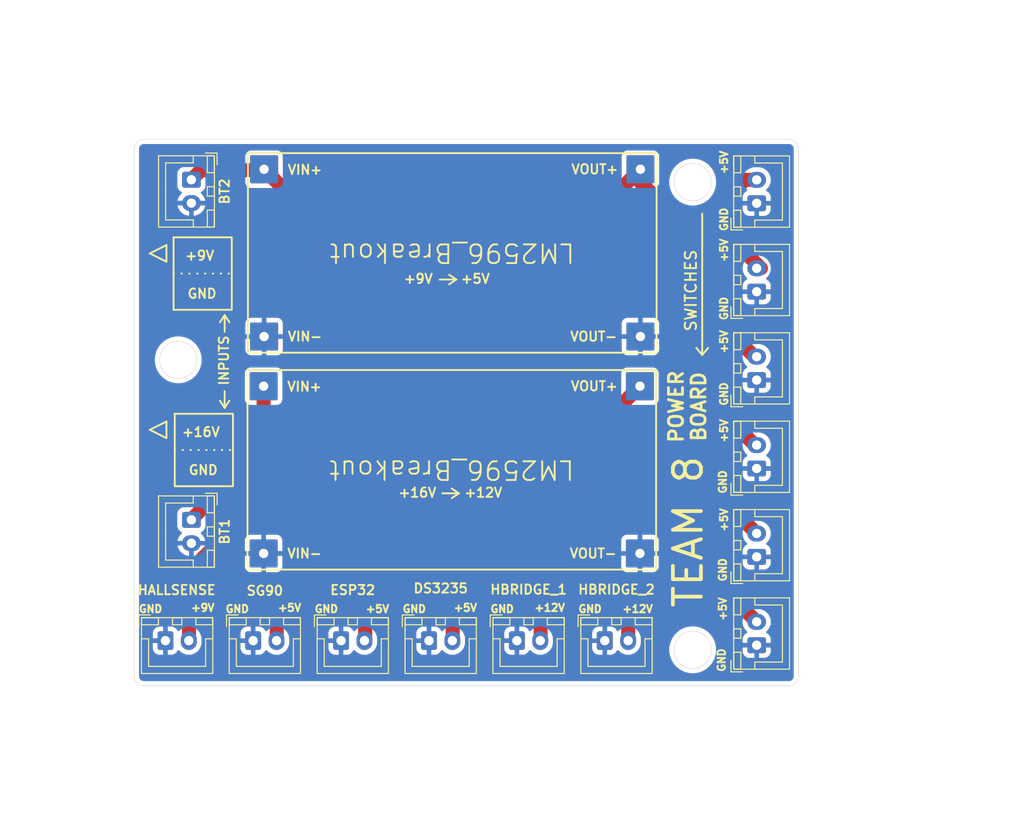
<source format=kicad_pcb>
(kicad_pcb (version 20241229) (generator "pcbnew") (generator_version "9.0")
  (layers (0 "F.Cu" signal) (2 "B.Cu" signal) (13 "F.Paste" user) (15 "B.Paste" user) (5 "F.SilkS" user "F.Silkscreen") (7 "B.SilkS" user "B.Silkscreen") (1 "F.Mask" user) (3 "B.Mask" user) (25 "Edge.Cuts" user))
  (net 0 "")
  (net 1 "GND")
  (net 2 "+5V")
  (net 3 "+12V")
  (net 4 "+9V")
  (net 5 "+16V")
  (footprint "Connector_JST:JST_XH_B2B-XH-A_1x02_P2.50mm_Vertical" (layer "F.Cu") (at 34.036 66.548)
    (property "Reference" "ESP32PWR1" (hide yes))
    (property "Value" "Conn_01x02_Pin")
    (fp_line (start -2.85 -2.75) (end -2.85 -1.5) (stroke (width 0.12)) (layer "F.SilkS"))
    (fp_line (start -2.56 -2.46) (end -2.56 3.51) (stroke (width 0.12)) (layer "F.SilkS"))
    (fp_line (start -2.56 3.51) (end 5.06 3.51) (stroke (width 0.12)) (layer "F.SilkS"))
    (fp_line (start -2.55 -2.45) (end -2.55 -1.7) (stroke (width 0.12)) (layer "F.SilkS"))
    (fp_line (start -2.55 -1.7) (end -0.75 -1.7) (stroke (width 0.12)) (layer "F.SilkS"))
    (fp_line (start -2.55 -0.2) (end -1.8 -0.2) (stroke (width 0.12)) (layer "F.SilkS"))
    (fp_line (start -1.8 -0.2) (end -1.8 2.75) (stroke (width 0.12)) (layer "F.SilkS"))
    (fp_line (start -1.8 2.75) (end 1.25 2.75) (stroke (width 0.12)) (layer "F.SilkS"))
    (fp_line (start -1.6 -2.75) (end -2.85 -2.75) (stroke (width 0.12)) (layer "F.SilkS"))
    (fp_line (start -0.75 -2.45) (end -2.55 -2.45) (stroke (width 0.12)) (layer "F.SilkS"))
    (fp_line (start -0.75 -1.7) (end -0.75 -2.45) (stroke (width 0.12)) (layer "F.SilkS"))
    (fp_line (start 0.75 -2.45) (end 0.75 -1.7) (stroke (width 0.12)) (layer "F.SilkS"))
    (fp_line (start 0.75 -1.7) (end 1.75 -1.7) (stroke (width 0.12)) (layer "F.SilkS"))
    (fp_line (start 1.75 -2.45) (end 0.75 -2.45) (stroke (width 0.12)) (layer "F.SilkS"))
    (fp_line (start 1.75 -1.7) (end 1.75 -2.45) (stroke (width 0.12)) (layer "F.SilkS"))
    (fp_line (start 3.25 -2.45) (end 3.25 -1.7) (stroke (width 0.12)) (layer "F.SilkS"))
    (fp_line (start 3.25 -1.7) (end 5.05 -1.7) (stroke (width 0.12)) (layer "F.SilkS"))
    (fp_line (start 4.3 -0.2) (end 4.3 2.75) (stroke (width 0.12)) (layer "F.SilkS"))
    (fp_line (start 4.3 2.75) (end 1.25 2.75) (stroke (width 0.12)) (layer "F.SilkS"))
    (fp_line (start 5.05 -2.45) (end 3.25 -2.45) (stroke (width 0.12)) (layer "F.SilkS"))
    (fp_line (start 5.05 -1.7) (end 5.05 -2.45) (stroke (width 0.12)) (layer "F.SilkS"))
    (fp_line (start 5.05 -0.2) (end 4.3 -0.2) (stroke (width 0.12)) (layer "F.SilkS"))
    (fp_line (start 5.06 -2.46) (end -2.56 -2.46) (stroke (width 0.12)) (layer "F.SilkS"))
    (fp_line (start 5.06 3.51) (end 5.06 -2.46) (stroke (width 0.12)) (layer "F.SilkS"))
    (pad "1" thru_hole roundrect (at 0 0) (size 1.7 2) (drill 1) (layers "*.Cu" "*.Mask") (roundrect_rratio 0.147059) (net 1 "GND"))
    (pad "2" thru_hole oval (at 2.5 0) (size 1.7 2) (drill 1) (layers "*.Cu" "*.Mask") (net 2 "+5V"))
  )
  (footprint "GS_Development_Boards:LM2596_Breakout" (layer "F.Cu") (at 45.9232 25.0952 -90)
    (property "Reference" "U2" (hide yes))
    (property "Value" "LM2596_Breakout" (at 0 0 180) (layer "F.SilkS") (effects (font (size 2 2) (thickness 0.2))))
    (fp_rect (start -10.668 -21.844) (end 10.668 21.844) (stroke (width 0.2)) (fill no) (layer "F.SilkS"))
    (fp_text user "VIN-" (at 8.9408 15.748 0) (layer "F.SilkS") (effects (font (thickness 0.2) (bold yes))))
    (fp_text user "VIN+" (at -8.89 15.748 0) (layer "F.SilkS") (effects (font (thickness 0.2) (bold yes))))
    (fp_text user "VOUT-" (at 8.9408 -15.113 0) (layer "F.SilkS") (effects (font (thickness 0.2) (bold yes))))
    (fp_text user "VOUT+" (at -8.9408 -15.24 0) (layer "F.SilkS") (effects (font (thickness 0.2) (bold yes))))
    (pad "1" thru_hole roundrect (at -8.9408 20.1168 270) (size 3 3) (drill 1) (layers "*.Cu" "*.Mask") (roundrect_rratio 0.04921259842) (net 4 "+9V"))
    (pad "2" thru_hole roundrect (at 8.9408 20.1168 270) (size 3 3) (drill 1) (layers "*.Cu" "*.Mask") (roundrect_rratio 0.04921259842) (net 1 "GND"))
    (pad "3" thru_hole roundrect (at 8.9408 -20.1168 270) (size 3 3) (drill 1) (layers "*.Cu" "*.Mask") (roundrect_rratio 0.04921259842) (net 1 "GND"))
    (pad "4" thru_hole roundrect (at -8.9408 -20.1168 270) (size 3 3) (drill 1) (layers "*.Cu" "*.Mask") (roundrect_rratio 0.04921259842) (net 2 "+5V"))
  )
  (footprint "Connector_JST:JST_XH_B2B-XH-A_1x02_P2.50mm_Vertical" (layer "F.Cu") (at 78.469 19.786 90)
    (property "Reference" "SW6" (hide yes))
    (property "Value" "Conn_01x02_Pin")
    (fp_line (start -1.6 -2.75) (end -2.85 -2.75) (stroke (width 0.12)) (layer "F.SilkS"))
    (fp_line (start -2.85 -2.75) (end -2.85 -1.5) (stroke (width 0.12)) (layer "F.SilkS"))
    (fp_line (start 5.06 -2.46) (end -2.56 -2.46) (stroke (width 0.12)) (layer "F.SilkS"))
    (fp_line (start -2.56 -2.46) (end -2.56 3.51) (stroke (width 0.12)) (layer "F.SilkS"))
    (fp_line (start 5.05 -2.45) (end 3.25 -2.45) (stroke (width 0.12)) (layer "F.SilkS"))
    (fp_line (start 3.25 -2.45) (end 3.25 -1.7) (stroke (width 0.12)) (layer "F.SilkS"))
    (fp_line (start 1.75 -2.45) (end 0.75 -2.45) (stroke (width 0.12)) (layer "F.SilkS"))
    (fp_line (start 0.75 -2.45) (end 0.75 -1.7) (stroke (width 0.12)) (layer "F.SilkS"))
    (fp_line (start -0.75 -2.45) (end -2.55 -2.45) (stroke (width 0.12)) (layer "F.SilkS"))
    (fp_line (start -2.55 -2.45) (end -2.55 -1.7) (stroke (width 0.12)) (layer "F.SilkS"))
    (fp_line (start 5.05 -1.7) (end 5.05 -2.45) (stroke (width 0.12)) (layer "F.SilkS"))
    (fp_line (start 3.25 -1.7) (end 5.05 -1.7) (stroke (width 0.12)) (layer "F.SilkS"))
    (fp_line (start 1.75 -1.7) (end 1.75 -2.45) (stroke (width 0.12)) (layer "F.SilkS"))
    (fp_line (start 0.75 -1.7) (end 1.75 -1.7) (stroke (width 0.12)) (layer "F.SilkS"))
    (fp_line (start -0.75 -1.7) (end -0.75 -2.45) (stroke (width 0.12)) (layer "F.SilkS"))
    (fp_line (start -2.55 -1.7) (end -0.75 -1.7) (stroke (width 0.12)) (layer "F.SilkS"))
    (fp_line (start 5.05 -0.2) (end 4.3 -0.2) (stroke (width 0.12)) (layer "F.SilkS"))
    (fp_line (start 4.3 -0.2) (end 4.3 2.75) (stroke (width 0.12)) (layer "F.SilkS"))
    (fp_line (start -1.8 -0.2) (end -1.8 2.75) (stroke (width 0.12)) (layer "F.SilkS"))
    (fp_line (start -2.55 -0.2) (end -1.8 -0.2) (stroke (width 0.12)) (layer "F.SilkS"))
    (fp_line (start 4.3 2.75) (end 1.25 2.75) (stroke (width 0.12)) (layer "F.SilkS"))
    (fp_line (start -1.8 2.75) (end 1.25 2.75) (stroke (width 0.12)) (layer "F.SilkS"))
    (fp_line (start 5.06 3.51) (end 5.06 -2.46) (stroke (width 0.12)) (layer "F.SilkS"))
    (fp_line (start -2.56 3.51) (end 5.06 3.51) (stroke (width 0.12)) (layer "F.SilkS"))
    (pad "1" thru_hole roundrect (at 0 0 90) (size 1.7 2) (drill 1) (layers "*.Cu" "*.Mask") (roundrect_rratio 0.147059) (net 1 "GND"))
    (pad "2" thru_hole oval (at 2.5 0 90) (size 1.7 2) (drill 1) (layers "*.Cu" "*.Mask") (net 2 "+5V"))
  )
  (footprint "Connector_JST:JST_XH_B2B-XH-A_1x02_P2.50mm_Vertical" (layer "F.Cu") (at 78.469 29.242 90)
    (property "Reference" "SW5" (hide yes))
    (property "Value" "Conn_01x02_Pin")
    (fp_line (start -1.6 -2.75) (end -2.85 -2.75) (stroke (width 0.12)) (layer "F.SilkS"))
    (fp_line (start -2.85 -2.75) (end -2.85 -1.5) (stroke (width 0.12)) (layer "F.SilkS"))
    (fp_line (start 5.06 -2.46) (end -2.56 -2.46) (stroke (width 0.12)) (layer "F.SilkS"))
    (fp_line (start -2.56 -2.46) (end -2.56 3.51) (stroke (width 0.12)) (layer "F.SilkS"))
    (fp_line (start 5.05 -2.45) (end 3.25 -2.45) (stroke (width 0.12)) (layer "F.SilkS"))
    (fp_line (start 3.25 -2.45) (end 3.25 -1.7) (stroke (width 0.12)) (layer "F.SilkS"))
    (fp_line (start 1.75 -2.45) (end 0.75 -2.45) (stroke (width 0.12)) (layer "F.SilkS"))
    (fp_line (start 0.75 -2.45) (end 0.75 -1.7) (stroke (width 0.12)) (layer "F.SilkS"))
    (fp_line (start -0.75 -2.45) (end -2.55 -2.45) (stroke (width 0.12)) (layer "F.SilkS"))
    (fp_line (start -2.55 -2.45) (end -2.55 -1.7) (stroke (width 0.12)) (layer "F.SilkS"))
    (fp_line (start 5.05 -1.7) (end 5.05 -2.45) (stroke (width 0.12)) (layer "F.SilkS"))
    (fp_line (start 3.25 -1.7) (end 5.05 -1.7) (stroke (width 0.12)) (layer "F.SilkS"))
    (fp_line (start 1.75 -1.7) (end 1.75 -2.45) (stroke (width 0.12)) (layer "F.SilkS"))
    (fp_line (start 0.75 -1.7) (end 1.75 -1.7) (stroke (width 0.12)) (layer "F.SilkS"))
    (fp_line (start -0.75 -1.7) (end -0.75 -2.45) (stroke (width 0.12)) (layer "F.SilkS"))
    (fp_line (start -2.55 -1.7) (end -0.75 -1.7) (stroke (width 0.12)) (layer "F.SilkS"))
    (fp_line (start 5.05 -0.2) (end 4.3 -0.2) (stroke (width 0.12)) (layer "F.SilkS"))
    (fp_line (start 4.3 -0.2) (end 4.3 2.75) (stroke (width 0.12)) (layer "F.SilkS"))
    (fp_line (start -1.8 -0.2) (end -1.8 2.75) (stroke (width 0.12)) (layer "F.SilkS"))
    (fp_line (start -2.55 -0.2) (end -1.8 -0.2) (stroke (width 0.12)) (layer "F.SilkS"))
    (fp_line (start 4.3 2.75) (end 1.25 2.75) (stroke (width 0.12)) (layer "F.SilkS"))
    (fp_line (start -1.8 2.75) (end 1.25 2.75) (stroke (width 0.12)) (layer "F.SilkS"))
    (fp_line (start 5.06 3.51) (end 5.06 -2.46) (stroke (width 0.12)) (layer "F.SilkS"))
    (fp_line (start -2.56 3.51) (end 5.06 3.51) (stroke (width 0.12)) (layer "F.SilkS"))
    (pad "1" thru_hole roundrect (at 0 0 90) (size 1.7 2) (drill 1) (layers "*.Cu" "*.Mask") (roundrect_rratio 0.147059) (net 1 "GND"))
    (pad "2" thru_hole oval (at 2.5 0 90) (size 1.7 2) (drill 1) (layers "*.Cu" "*.Mask") (net 2 "+5V"))
  )
  (footprint "Connector_JST:JST_XH_B2B-XH-A_1x02_P2.50mm_Vertical" (layer "F.Cu") (at 78.469 48.142 90)
    (property "Reference" "SW3" (hide yes))
    (property "Value" "Conn_01x02_Pin")
    (fp_line (start -1.6 -2.75) (end -2.85 -2.75) (stroke (width 0.12)) (layer "F.SilkS"))
    (fp_line (start -2.85 -2.75) (end -2.85 -1.5) (stroke (width 0.12)) (layer "F.SilkS"))
    (fp_line (start 5.06 -2.46) (end -2.56 -2.46) (stroke (width 0.12)) (layer "F.SilkS"))
    (fp_line (start -2.56 -2.46) (end -2.56 3.51) (stroke (width 0.12)) (layer "F.SilkS"))
    (fp_line (start 5.05 -2.45) (end 3.25 -2.45) (stroke (width 0.12)) (layer "F.SilkS"))
    (fp_line (start 3.25 -2.45) (end 3.25 -1.7) (stroke (width 0.12)) (layer "F.SilkS"))
    (fp_line (start 1.75 -2.45) (end 0.75 -2.45) (stroke (width 0.12)) (layer "F.SilkS"))
    (fp_line (start 0.75 -2.45) (end 0.75 -1.7) (stroke (width 0.12)) (layer "F.SilkS"))
    (fp_line (start -0.75 -2.45) (end -2.55 -2.45) (stroke (width 0.12)) (layer "F.SilkS"))
    (fp_line (start -2.55 -2.45) (end -2.55 -1.7) (stroke (width 0.12)) (layer "F.SilkS"))
    (fp_line (start 5.05 -1.7) (end 5.05 -2.45) (stroke (width 0.12)) (layer "F.SilkS"))
    (fp_line (start 3.25 -1.7) (end 5.05 -1.7) (stroke (width 0.12)) (layer "F.SilkS"))
    (fp_line (start 1.75 -1.7) (end 1.75 -2.45) (stroke (width 0.12)) (layer "F.SilkS"))
    (fp_line (start 0.75 -1.7) (end 1.75 -1.7) (stroke (width 0.12)) (layer "F.SilkS"))
    (fp_line (start -0.75 -1.7) (end -0.75 -2.45) (stroke (width 0.12)) (layer "F.SilkS"))
    (fp_line (start -2.55 -1.7) (end -0.75 -1.7) (stroke (width 0.12)) (layer "F.SilkS"))
    (fp_line (start 5.05 -0.2) (end 4.3 -0.2) (stroke (width 0.12)) (layer "F.SilkS"))
    (fp_line (start 4.3 -0.2) (end 4.3 2.75) (stroke (width 0.12)) (layer "F.SilkS"))
    (fp_line (start -1.8 -0.2) (end -1.8 2.75) (stroke (width 0.12)) (layer "F.SilkS"))
    (fp_line (start -2.55 -0.2) (end -1.8 -0.2) (stroke (width 0.12)) (layer "F.SilkS"))
    (fp_line (start 4.3 2.75) (end 1.25 2.75) (stroke (width 0.12)) (layer "F.SilkS"))
    (fp_line (start -1.8 2.75) (end 1.25 2.75) (stroke (width 0.12)) (layer "F.SilkS"))
    (fp_line (start 5.06 3.51) (end 5.06 -2.46) (stroke (width 0.12)) (layer "F.SilkS"))
    (fp_line (start -2.56 3.51) (end 5.06 3.51) (stroke (width 0.12)) (layer "F.SilkS"))
    (pad "1" thru_hole roundrect (at 0 0 90) (size 1.7 2) (drill 1) (layers "*.Cu" "*.Mask") (roundrect_rratio 0.147059) (net 1 "GND"))
    (pad "2" thru_hole oval (at 2.5 0 90) (size 1.7 2) (drill 1) (layers "*.Cu" "*.Mask") (net 2 "+5V"))
  )
  (footprint "Connector_JST:JST_XH_B2B-XH-A_1x02_P2.50mm_Vertical" (layer "F.Cu") (at 24.638 66.548)
    (property "Reference" "SG90" (at 1.25 -5.334 0) (layer "F.SilkS") (effects (font (thickness 0.2) (bold yes))))
    (property "Value" "Conn_01x02_Pin")
    (fp_line (start -2.85 -2.75) (end -2.85 -1.5) (stroke (width 0.12)) (layer "F.SilkS"))
    (fp_line (start -2.56 -2.46) (end -2.56 3.51) (stroke (width 0.12)) (layer "F.SilkS"))
    (fp_line (start -2.56 3.51) (end 5.06 3.51) (stroke (width 0.12)) (layer "F.SilkS"))
    (fp_line (start -2.55 -2.45) (end -2.55 -1.7) (stroke (width 0.12)) (layer "F.SilkS"))
    (fp_line (start -2.55 -1.7) (end -0.75 -1.7) (stroke (width 0.12)) (layer "F.SilkS"))
    (fp_line (start -2.55 -0.2) (end -1.8 -0.2) (stroke (width 0.12)) (layer "F.SilkS"))
    (fp_line (start -1.8 -0.2) (end -1.8 2.75) (stroke (width 0.12)) (layer "F.SilkS"))
    (fp_line (start -1.8 2.75) (end 1.25 2.75) (stroke (width 0.12)) (layer "F.SilkS"))
    (fp_line (start -1.6 -2.75) (end -2.85 -2.75) (stroke (width 0.12)) (layer "F.SilkS"))
    (fp_line (start -0.75 -2.45) (end -2.55 -2.45) (stroke (width 0.12)) (layer "F.SilkS"))
    (fp_line (start -0.75 -1.7) (end -0.75 -2.45) (stroke (width 0.12)) (layer "F.SilkS"))
    (fp_line (start 0.75 -2.45) (end 0.75 -1.7) (stroke (width 0.12)) (layer "F.SilkS"))
    (fp_line (start 0.75 -1.7) (end 1.75 -1.7) (stroke (width 0.12)) (layer "F.SilkS"))
    (fp_line (start 1.75 -2.45) (end 0.75 -2.45) (stroke (width 0.12)) (layer "F.SilkS"))
    (fp_line (start 1.75 -1.7) (end 1.75 -2.45) (stroke (width 0.12)) (layer "F.SilkS"))
    (fp_line (start 3.25 -2.45) (end 3.25 -1.7) (stroke (width 0.12)) (layer "F.SilkS"))
    (fp_line (start 3.25 -1.7) (end 5.05 -1.7) (stroke (width 0.12)) (layer "F.SilkS"))
    (fp_line (start 4.3 -0.2) (end 4.3 2.75) (stroke (width 0.12)) (layer "F.SilkS"))
    (fp_line (start 4.3 2.75) (end 1.25 2.75) (stroke (width 0.12)) (layer "F.SilkS"))
    (fp_line (start 5.05 -2.45) (end 3.25 -2.45) (stroke (width 0.12)) (layer "F.SilkS"))
    (fp_line (start 5.05 -1.7) (end 5.05 -2.45) (stroke (width 0.12)) (layer "F.SilkS"))
    (fp_line (start 5.05 -0.2) (end 4.3 -0.2) (stroke (width 0.12)) (layer "F.SilkS"))
    (fp_line (start 5.06 -2.46) (end -2.56 -2.46) (stroke (width 0.12)) (layer "F.SilkS"))
    (fp_line (start 5.06 3.51) (end 5.06 -2.46) (stroke (width 0.12)) (layer "F.SilkS"))
    (pad "1" thru_hole roundrect (at 0 0) (size 1.7 2) (drill 1) (layers "*.Cu" "*.Mask") (roundrect_rratio 0.147059) (net 1 "GND"))
    (pad "2" thru_hole oval (at 2.5 0) (size 1.7 2) (drill 1) (layers "*.Cu" "*.Mask") (net 2 "+5V"))
  )
  (footprint "Connector_JST:JST_XH_B2B-XH-A_1x02_P2.50mm_Vertical" (layer "F.Cu") (at 18.034 17.272 -90)
    (property "Reference" "BT2" (at 1.25 -3.55 270) (layer "F.SilkS") (effects (font (thickness 0.2) (bold yes))))
    (property "Value" "Battery")
    (fp_line (start -2.56 3.51) (end 5.06 3.51) (stroke (width 0.12)) (layer "F.SilkS"))
    (fp_line (start 5.06 3.51) (end 5.06 -2.46) (stroke (width 0.12)) (layer "F.SilkS"))
    (fp_line (start -1.8 2.75) (end 1.25 2.75) (stroke (width 0.12)) (layer "F.SilkS"))
    (fp_line (start 4.3 2.75) (end 1.25 2.75) (stroke (width 0.12)) (layer "F.SilkS"))
    (fp_line (start -2.55 -0.2) (end -1.8 -0.2) (stroke (width 0.12)) (layer "F.SilkS"))
    (fp_line (start -1.8 -0.2) (end -1.8 2.75) (stroke (width 0.12)) (layer "F.SilkS"))
    (fp_line (start 4.3 -0.2) (end 4.3 2.75) (stroke (width 0.12)) (layer "F.SilkS"))
    (fp_line (start 5.05 -0.2) (end 4.3 -0.2) (stroke (width 0.12)) (layer "F.SilkS"))
    (fp_line (start -2.55 -1.7) (end -0.75 -1.7) (stroke (width 0.12)) (layer "F.SilkS"))
    (fp_line (start -0.75 -1.7) (end -0.75 -2.45) (stroke (width 0.12)) (layer "F.SilkS"))
    (fp_line (start 0.75 -1.7) (end 1.75 -1.7) (stroke (width 0.12)) (layer "F.SilkS"))
    (fp_line (start 1.75 -1.7) (end 1.75 -2.45) (stroke (width 0.12)) (layer "F.SilkS"))
    (fp_line (start 3.25 -1.7) (end 5.05 -1.7) (stroke (width 0.12)) (layer "F.SilkS"))
    (fp_line (start 5.05 -1.7) (end 5.05 -2.45) (stroke (width 0.12)) (layer "F.SilkS"))
    (fp_line (start -2.55 -2.45) (end -2.55 -1.7) (stroke (width 0.12)) (layer "F.SilkS"))
    (fp_line (start -0.75 -2.45) (end -2.55 -2.45) (stroke (width 0.12)) (layer "F.SilkS"))
    (fp_line (start 0.75 -2.45) (end 0.75 -1.7) (stroke (width 0.12)) (layer "F.SilkS"))
    (fp_line (start 1.75 -2.45) (end 0.75 -2.45) (stroke (width 0.12)) (layer "F.SilkS"))
    (fp_line (start 3.25 -2.45) (end 3.25 -1.7) (stroke (width 0.12)) (layer "F.SilkS"))
    (fp_line (start 5.05 -2.45) (end 3.25 -2.45) (stroke (width 0.12)) (layer "F.SilkS"))
    (fp_line (start -2.56 -2.46) (end -2.56 3.51) (stroke (width 0.12)) (layer "F.SilkS"))
    (fp_line (start 5.06 -2.46) (end -2.56 -2.46) (stroke (width 0.12)) (layer "F.SilkS"))
    (fp_line (start -2.85 -2.75) (end -2.85 -1.5) (stroke (width 0.12)) (layer "F.SilkS"))
    (fp_line (start -1.6 -2.75) (end -2.85 -2.75) (stroke (width 0.12)) (layer "F.SilkS"))
    (pad "1" thru_hole roundrect (at 0 0 270) (size 1.7 2) (drill 1) (layers "*.Cu" "*.Mask") (roundrect_rratio 0.147059) (net 4 "+9V"))
    (pad "2" thru_hole oval (at 2.5 0 270) (size 1.7 2) (drill 1) (layers "*.Cu" "*.Mask") (net 1 "GND"))
  )
  (footprint "Connector_JST:JST_XH_B2B-XH-A_1x02_P2.50mm_Vertical" (layer "F.Cu") (at 18.034 53.634 -90)
    (property "Reference" "BT1" (at 1.25 -3.55 270) (layer "F.SilkS") (effects (font (thickness 0.2) (bold yes))))
    (property "Value" "Battery")
    (fp_line (start -2.56 3.51) (end 5.06 3.51) (stroke (width 0.12)) (layer "F.SilkS"))
    (fp_line (start 5.06 3.51) (end 5.06 -2.46) (stroke (width 0.12)) (layer "F.SilkS"))
    (fp_line (start -1.8 2.75) (end 1.25 2.75) (stroke (width 0.12)) (layer "F.SilkS"))
    (fp_line (start 4.3 2.75) (end 1.25 2.75) (stroke (width 0.12)) (layer "F.SilkS"))
    (fp_line (start -2.55 -0.2) (end -1.8 -0.2) (stroke (width 0.12)) (layer "F.SilkS"))
    (fp_line (start -1.8 -0.2) (end -1.8 2.75) (stroke (width 0.12)) (layer "F.SilkS"))
    (fp_line (start 4.3 -0.2) (end 4.3 2.75) (stroke (width 0.12)) (layer "F.SilkS"))
    (fp_line (start 5.05 -0.2) (end 4.3 -0.2) (stroke (width 0.12)) (layer "F.SilkS"))
    (fp_line (start -2.55 -1.7) (end -0.75 -1.7) (stroke (width 0.12)) (layer "F.SilkS"))
    (fp_line (start -0.75 -1.7) (end -0.75 -2.45) (stroke (width 0.12)) (layer "F.SilkS"))
    (fp_line (start 0.75 -1.7) (end 1.75 -1.7) (stroke (width 0.12)) (layer "F.SilkS"))
    (fp_line (start 1.75 -1.7) (end 1.75 -2.45) (stroke (width 0.12)) (layer "F.SilkS"))
    (fp_line (start 3.25 -1.7) (end 5.05 -1.7) (stroke (width 0.12)) (layer "F.SilkS"))
    (fp_line (start 5.05 -1.7) (end 5.05 -2.45) (stroke (width 0.12)) (layer "F.SilkS"))
    (fp_line (start -2.55 -2.45) (end -2.55 -1.7) (stroke (width 0.12)) (layer "F.SilkS"))
    (fp_line (start -0.75 -2.45) (end -2.55 -2.45) (stroke (width 0.12)) (layer "F.SilkS"))
    (fp_line (start 0.75 -2.45) (end 0.75 -1.7) (stroke (width 0.12)) (layer "F.SilkS"))
    (fp_line (start 1.75 -2.45) (end 0.75 -2.45) (stroke (width 0.12)) (layer "F.SilkS"))
    (fp_line (start 3.25 -2.45) (end 3.25 -1.7) (stroke (width 0.12)) (layer "F.SilkS"))
    (fp_line (start 5.05 -2.45) (end 3.25 -2.45) (stroke (width 0.12)) (layer "F.SilkS"))
    (fp_line (start -2.56 -2.46) (end -2.56 3.51) (stroke (width 0.12)) (layer "F.SilkS"))
    (fp_line (start 5.06 -2.46) (end -2.56 -2.46) (stroke (width 0.12)) (layer "F.SilkS"))
    (fp_line (start -2.85 -2.75) (end -2.85 -1.5) (stroke (width 0.12)) (layer "F.SilkS"))
    (fp_line (start -1.6 -2.75) (end -2.85 -2.75) (stroke (width 0.12)) (layer "F.SilkS"))
    (pad "1" thru_hole roundrect (at 0 0 270) (size 1.7 2) (drill 1) (layers "*.Cu" "*.Mask") (roundrect_rratio 0.147059) (net 5 "+16V"))
    (pad "2" thru_hole oval (at 2.5 0 270) (size 1.7 2) (drill 1) (layers "*.Cu" "*.Mask") (net 1 "GND"))
  )
  (footprint "Connector_JST:JST_XH_B2B-XH-A_1x02_P2.50mm_Vertical" (layer "F.Cu") (at 15.26 66.548)
    (property "Reference" "HALLSENSOR1" (hide yes))
    (property "Value" "Conn_01x02_Pin")
    (fp_line (start -2.85 -2.75) (end -2.85 -1.5) (stroke (width 0.12)) (layer "F.SilkS"))
    (fp_line (start -2.56 -2.46) (end -2.56 3.51) (stroke (width 0.12)) (layer "F.SilkS"))
    (fp_line (start -2.56 3.51) (end 5.06 3.51) (stroke (width 0.12)) (layer "F.SilkS"))
    (fp_line (start -2.55 -2.45) (end -2.55 -1.7) (stroke (width 0.12)) (layer "F.SilkS"))
    (fp_line (start -2.55 -1.7) (end -0.75 -1.7) (stroke (width 0.12)) (layer "F.SilkS"))
    (fp_line (start -2.55 -0.2) (end -1.8 -0.2) (stroke (width 0.12)) (layer "F.SilkS"))
    (fp_line (start -1.8 -0.2) (end -1.8 2.75) (stroke (width 0.12)) (layer "F.SilkS"))
    (fp_line (start -1.8 2.75) (end 1.25 2.75) (stroke (width 0.12)) (layer "F.SilkS"))
    (fp_line (start -1.6 -2.75) (end -2.85 -2.75) (stroke (width 0.12)) (layer "F.SilkS"))
    (fp_line (start -0.75 -2.45) (end -2.55 -2.45) (stroke (width 0.12)) (layer "F.SilkS"))
    (fp_line (start -0.75 -1.7) (end -0.75 -2.45) (stroke (width 0.12)) (layer "F.SilkS"))
    (fp_line (start 0.75 -2.45) (end 0.75 -1.7) (stroke (width 0.12)) (layer "F.SilkS"))
    (fp_line (start 0.75 -1.7) (end 1.75 -1.7) (stroke (width 0.12)) (layer "F.SilkS"))
    (fp_line (start 1.75 -2.45) (end 0.75 -2.45) (stroke (width 0.12)) (layer "F.SilkS"))
    (fp_line (start 1.75 -1.7) (end 1.75 -2.45) (stroke (width 0.12)) (layer "F.SilkS"))
    (fp_line (start 3.25 -2.45) (end 3.25 -1.7) (stroke (width 0.12)) (layer "F.SilkS"))
    (fp_line (start 3.25 -1.7) (end 5.05 -1.7) (stroke (width 0.12)) (layer "F.SilkS"))
    (fp_line (start 4.3 -0.2) (end 4.3 2.75) (stroke (width 0.12)) (layer "F.SilkS"))
    (fp_line (start 4.3 2.75) (end 1.25 2.75) (stroke (width 0.12)) (layer "F.SilkS"))
    (fp_line (start 5.05 -2.45) (end 3.25 -2.45) (stroke (width 0.12)) (layer "F.SilkS"))
    (fp_line (start 5.05 -1.7) (end 5.05 -2.45) (stroke (width 0.12)) (layer "F.SilkS"))
    (fp_line (start 5.05 -0.2) (end 4.3 -0.2) (stroke (width 0.12)) (layer "F.SilkS"))
    (fp_line (start 5.06 -2.46) (end -2.56 -2.46) (stroke (width 0.12)) (layer "F.SilkS"))
    (fp_line (start 5.06 3.51) (end 5.06 -2.46) (stroke (width 0.12)) (layer "F.SilkS"))
    (pad "1" thru_hole roundrect (at 0 0) (size 1.7 2) (drill 1) (layers "*.Cu" "*.Mask") (roundrect_rratio 0.147059) (net 1 "GND"))
    (pad "2" thru_hole oval (at 2.5 0) (size 1.7 2) (drill 1) (layers "*.Cu" "*.Mask") (net 4 "+9V"))
  )
  (footprint "GS_Development_Boards:LM2596_Breakout" (layer "F.Cu") (at 45.8724 48.2854 -90)
    (property "Reference" "U1" (hide yes))
    (property "Value" "LM2596_Breakout" (at 0 0 180) (layer "F.SilkS") (effects (font (size 2 2) (thickness 0.2) (bold yes))))
    (fp_rect (start -10.668 -21.844) (end 10.668 21.844) (stroke (width 0.2)) (fill no) (layer "F.SilkS"))
    (fp_text user "VOUT+" (at -8.9408 -15.24 0) (layer "F.SilkS") (effects (font (thickness 0.2) (bold yes))))
    (fp_text user "VIN-" (at 8.9408 15.748 0) (layer "F.SilkS") (effects (font (thickness 0.2) (bold yes))))
    (fp_text user "VOUT-" (at 8.9408 -15.113 0) (layer "F.SilkS") (effects (font (thickness 0.2) (bold yes))))
    (fp_text user "VIN+" (at -8.89 15.748 0) (layer "F.SilkS") (effects (font (thickness 0.2) (bold yes))))
    (pad "1" thru_hole roundrect (at -8.9408 20.1168 270) (size 3 3) (drill 1) (layers "*.Cu" "*.Mask") (roundrect_rratio 0.04921259842) (net 5 "+16V"))
    (pad "2" thru_hole roundrect (at 8.9408 20.1168 270) (size 3 3) (drill 1) (layers "*.Cu" "*.Mask") (roundrect_rratio 0.04921259842) (net 1 "GND"))
    (pad "3" thru_hole roundrect (at 8.9408 -20.1168 270) (size 3 3) (drill 1) (layers "*.Cu" "*.Mask") (roundrect_rratio 0.04921259842) (net 1 "GND"))
    (pad "4" thru_hole roundrect (at -8.9408 -20.1168 270) (size 3 3) (drill 1) (layers "*.Cu" "*.Mask") (roundrect_rratio 0.04921259842) (net 3 "+12V"))
  )
  (footprint "Connector_JST:JST_XH_B2B-XH-A_1x02_P2.50mm_Vertical" (layer "F.Cu") (at 62.23 66.548)
    (property "Reference" "HBRIDGE_2" (at 1.25 -5.461 0) (layer "F.SilkS") (effects (font (thickness 0.2) (bold yes))))
    (property "Value" "Conn_01x02_Pin")
    (fp_line (start -2.85 -2.75) (end -2.85 -1.5) (stroke (width 0.12)) (layer "F.SilkS"))
    (fp_line (start -2.56 -2.46) (end -2.56 3.51) (stroke (width 0.12)) (layer "F.SilkS"))
    (fp_line (start -2.56 3.51) (end 5.06 3.51) (stroke (width 0.12)) (layer "F.SilkS"))
    (fp_line (start -2.55 -2.45) (end -2.55 -1.7) (stroke (width 0.12)) (layer "F.SilkS"))
    (fp_line (start -2.55 -1.7) (end -0.75 -1.7) (stroke (width 0.12)) (layer "F.SilkS"))
    (fp_line (start -2.55 -0.2) (end -1.8 -0.2) (stroke (width 0.12)) (layer "F.SilkS"))
    (fp_line (start -1.8 -0.2) (end -1.8 2.75) (stroke (width 0.12)) (layer "F.SilkS"))
    (fp_line (start -1.8 2.75) (end 1.25 2.75) (stroke (width 0.12)) (layer "F.SilkS"))
    (fp_line (start -1.6 -2.75) (end -2.85 -2.75) (stroke (width 0.12)) (layer "F.SilkS"))
    (fp_line (start -0.75 -2.45) (end -2.55 -2.45) (stroke (width 0.12)) (layer "F.SilkS"))
    (fp_line (start -0.75 -1.7) (end -0.75 -2.45) (stroke (width 0.12)) (layer "F.SilkS"))
    (fp_line (start 0.75 -2.45) (end 0.75 -1.7) (stroke (width 0.12)) (layer "F.SilkS"))
    (fp_line (start 0.75 -1.7) (end 1.75 -1.7) (stroke (width 0.12)) (layer "F.SilkS"))
    (fp_line (start 1.75 -2.45) (end 0.75 -2.45) (stroke (width 0.12)) (layer "F.SilkS"))
    (fp_line (start 1.75 -1.7) (end 1.75 -2.45) (stroke (width 0.12)) (layer "F.SilkS"))
    (fp_line (start 3.25 -2.45) (end 3.25 -1.7) (stroke (width 0.12)) (layer "F.SilkS"))
    (fp_line (start 3.25 -1.7) (end 5.05 -1.7) (stroke (width 0.12)) (layer "F.SilkS"))
    (fp_line (start 4.3 -0.2) (end 4.3 2.75) (stroke (width 0.12)) (layer "F.SilkS"))
    (fp_line (start 4.3 2.75) (end 1.25 2.75) (stroke (width 0.12)) (layer "F.SilkS"))
    (fp_line (start 5.05 -2.45) (end 3.25 -2.45) (stroke (width 0.12)) (layer "F.SilkS"))
    (fp_line (start 5.05 -1.7) (end 5.05 -2.45) (stroke (width 0.12)) (layer "F.SilkS"))
    (fp_line (start 5.05 -0.2) (end 4.3 -0.2) (stroke (width 0.12)) (layer "F.SilkS"))
    (fp_line (start 5.06 -2.46) (end -2.56 -2.46) (stroke (width 0.12)) (layer "F.SilkS"))
    (fp_line (start 5.06 3.51) (end 5.06 -2.46) (stroke (width 0.12)) (layer "F.SilkS"))
    (pad "1" thru_hole roundrect (at 0 0) (size 1.7 2) (drill 1) (layers "*.Cu" "*.Mask") (roundrect_rratio 0.147059) (net 1 "GND"))
    (pad "2" thru_hole oval (at 2.5 0) (size 1.7 2) (drill 1) (layers "*.Cu" "*.Mask") (net 3 "+12V"))
  )
  (footprint "Connector_JST:JST_XH_B2B-XH-A_1x02_P2.50mm_Vertical" (layer "F.Cu") (at 78.469 57.592 90)
    (property "Reference" "SW2" (hide yes))
    (property "Value" "Conn_01x02_Pin")
    (fp_line (start -1.6 -2.75) (end -2.85 -2.75) (stroke (width 0.12)) (layer "F.SilkS"))
    (fp_line (start -2.85 -2.75) (end -2.85 -1.5) (stroke (width 0.12)) (layer "F.SilkS"))
    (fp_line (start 5.06 -2.46) (end -2.56 -2.46) (stroke (width 0.12)) (layer "F.SilkS"))
    (fp_line (start -2.56 -2.46) (end -2.56 3.51) (stroke (width 0.12)) (layer "F.SilkS"))
    (fp_line (start 5.05 -2.45) (end 3.25 -2.45) (stroke (width 0.12)) (layer "F.SilkS"))
    (fp_line (start 3.25 -2.45) (end 3.25 -1.7) (stroke (width 0.12)) (layer "F.SilkS"))
    (fp_line (start 1.75 -2.45) (end 0.75 -2.45) (stroke (width 0.12)) (layer "F.SilkS"))
    (fp_line (start 0.75 -2.45) (end 0.75 -1.7) (stroke (width 0.12)) (layer "F.SilkS"))
    (fp_line (start -0.75 -2.45) (end -2.55 -2.45) (stroke (width 0.12)) (layer "F.SilkS"))
    (fp_line (start -2.55 -2.45) (end -2.55 -1.7) (stroke (width 0.12)) (layer "F.SilkS"))
    (fp_line (start 5.05 -1.7) (end 5.05 -2.45) (stroke (width 0.12)) (layer "F.SilkS"))
    (fp_line (start 3.25 -1.7) (end 5.05 -1.7) (stroke (width 0.12)) (layer "F.SilkS"))
    (fp_line (start 1.75 -1.7) (end 1.75 -2.45) (stroke (width 0.12)) (layer "F.SilkS"))
    (fp_line (start 0.75 -1.7) (end 1.75 -1.7) (stroke (width 0.12)) (layer "F.SilkS"))
    (fp_line (start -0.75 -1.7) (end -0.75 -2.45) (stroke (width 0.12)) (layer "F.SilkS"))
    (fp_line (start -2.55 -1.7) (end -0.75 -1.7) (stroke (width 0.12)) (layer "F.SilkS"))
    (fp_line (start 5.05 -0.2) (end 4.3 -0.2) (stroke (width 0.12)) (layer "F.SilkS"))
    (fp_line (start 4.3 -0.2) (end 4.3 2.75) (stroke (width 0.12)) (layer "F.SilkS"))
    (fp_line (start -1.8 -0.2) (end -1.8 2.75) (stroke (width 0.12)) (layer "F.SilkS"))
    (fp_line (start -2.55 -0.2) (end -1.8 -0.2) (stroke (width 0.12)) (layer "F.SilkS"))
    (fp_line (start 4.3 2.75) (end 1.25 2.75) (stroke (width 0.12)) (layer "F.SilkS"))
    (fp_line (start -1.8 2.75) (end 1.25 2.75) (stroke (width 0.12)) (layer "F.SilkS"))
    (fp_line (start 5.06 3.51) (end 5.06 -2.46) (stroke (width 0.12)) (layer "F.SilkS"))
    (fp_line (start -2.56 3.51) (end 5.06 3.51) (stroke (width 0.12)) (layer "F.SilkS"))
    (pad "1" thru_hole roundrect (at 0 0 90) (size 1.7 2) (drill 1) (layers "*.Cu" "*.Mask") (roundrect_rratio 0.147059) (net 1 "GND"))
    (pad "2" thru_hole oval (at 2.5 0 90) (size 1.7 2) (drill 1) (layers "*.Cu" "*.Mask") (net 2 "+5V"))
  )
  (footprint "Connector_JST:JST_XH_B2B-XH-A_1x02_P2.50mm_Vertical" (layer "F.Cu") (at 43.434 66.548)
    (property "Reference" "DS3235" (at 1.25 -5.588 0) (layer "F.SilkS") (effects (font (thickness 0.2) (bold yes))))
    (property "Value" "Conn_01x02_Pin")
    (fp_line (start -2.85 -2.75) (end -2.85 -1.5) (stroke (width 0.12)) (layer "F.SilkS"))
    (fp_line (start -2.56 -2.46) (end -2.56 3.51) (stroke (width 0.12)) (layer "F.SilkS"))
    (fp_line (start -2.56 3.51) (end 5.06 3.51) (stroke (width 0.12)) (layer "F.SilkS"))
    (fp_line (start -2.55 -2.45) (end -2.55 -1.7) (stroke (width 0.12)) (layer "F.SilkS"))
    (fp_line (start -2.55 -1.7) (end -0.75 -1.7) (stroke (width 0.12)) (layer "F.SilkS"))
    (fp_line (start -2.55 -0.2) (end -1.8 -0.2) (stroke (width 0.12)) (layer "F.SilkS"))
    (fp_line (start -1.8 -0.2) (end -1.8 2.75) (stroke (width 0.12)) (layer "F.SilkS"))
    (fp_line (start -1.8 2.75) (end 1.25 2.75) (stroke (width 0.12)) (layer "F.SilkS"))
    (fp_line (start -1.6 -2.75) (end -2.85 -2.75) (stroke (width 0.12)) (layer "F.SilkS"))
    (fp_line (start -0.75 -2.45) (end -2.55 -2.45) (stroke (width 0.12)) (layer "F.SilkS"))
    (fp_line (start -0.75 -1.7) (end -0.75 -2.45) (stroke (width 0.12)) (layer "F.SilkS"))
    (fp_line (start 0.75 -2.45) (end 0.75 -1.7) (stroke (width 0.12)) (layer "F.SilkS"))
    (fp_line (start 0.75 -1.7) (end 1.75 -1.7) (stroke (width 0.12)) (layer "F.SilkS"))
    (fp_line (start 1.75 -2.45) (end 0.75 -2.45) (stroke (width 0.12)) (layer "F.SilkS"))
    (fp_line (start 1.75 -1.7) (end 1.75 -2.45) (stroke (width 0.12)) (layer "F.SilkS"))
    (fp_line (start 3.25 -2.45) (end 3.25 -1.7) (stroke (width 0.12)) (layer "F.SilkS"))
    (fp_line (start 3.25 -1.7) (end 5.05 -1.7) (stroke (width 0.12)) (layer "F.SilkS"))
    (fp_line (start 4.3 -0.2) (end 4.3 2.75) (stroke (width 0.12)) (layer "F.SilkS"))
    (fp_line (start 4.3 2.75) (end 1.25 2.75) (stroke (width 0.12)) (layer "F.SilkS"))
    (fp_line (start 5.05 -2.45) (end 3.25 -2.45) (stroke (width 0.12)) (layer "F.SilkS"))
    (fp_line (start 5.05 -1.7) (end 5.05 -2.45) (stroke (width 0.12)) (layer "F.SilkS"))
    (fp_line (start 5.05 -0.2) (end 4.3 -0.2) (stroke (width 0.12)) (layer "F.SilkS"))
    (fp_line (start 5.06 -2.46) (end -2.56 -2.46) (stroke (width 0.12)) (layer "F.SilkS"))
    (fp_line (start 5.06 3.51) (end 5.06 -2.46) (stroke (width 0.12)) (layer "F.SilkS"))
    (pad "1" thru_hole roundrect (at 0 0) (size 1.7 2) (drill 1) (layers "*.Cu" "*.Mask") (roundrect_rratio 0.147059) (net 1 "GND"))
    (pad "2" thru_hole oval (at 2.5 0) (size 1.7 2) (drill 1) (layers "*.Cu" "*.Mask") (net 2 "+5V"))
  )
  (footprint "Connector_JST:JST_XH_B2B-XH-A_1x02_P2.50mm_Vertical" (layer "F.Cu") (at 78.469 67.036 90)
    (property "Reference" "SW1" (hide yes))
    (property "Value" "Conn_01x02_Pin")
    (fp_line (start -1.6 -2.75) (end -2.85 -2.75) (stroke (width 0.12)) (layer "F.SilkS"))
    (fp_line (start -2.85 -2.75) (end -2.85 -1.5) (stroke (width 0.12)) (layer "F.SilkS"))
    (fp_line (start 5.06 -2.46) (end -2.56 -2.46) (stroke (width 0.12)) (layer "F.SilkS"))
    (fp_line (start -2.56 -2.46) (end -2.56 3.51) (stroke (width 0.12)) (layer "F.SilkS"))
    (fp_line (start 5.05 -2.45) (end 3.25 -2.45) (stroke (width 0.12)) (layer "F.SilkS"))
    (fp_line (start 3.25 -2.45) (end 3.25 -1.7) (stroke (width 0.12)) (layer "F.SilkS"))
    (fp_line (start 1.75 -2.45) (end 0.75 -2.45) (stroke (width 0.12)) (layer "F.SilkS"))
    (fp_line (start 0.75 -2.45) (end 0.75 -1.7) (stroke (width 0.12)) (layer "F.SilkS"))
    (fp_line (start -0.75 -2.45) (end -2.55 -2.45) (stroke (width 0.12)) (layer "F.SilkS"))
    (fp_line (start -2.55 -2.45) (end -2.55 -1.7) (stroke (width 0.12)) (layer "F.SilkS"))
    (fp_line (start 5.05 -1.7) (end 5.05 -2.45) (stroke (width 0.12)) (layer "F.SilkS"))
    (fp_line (start 3.25 -1.7) (end 5.05 -1.7) (stroke (width 0.12)) (layer "F.SilkS"))
    (fp_line (start 1.75 -1.7) (end 1.75 -2.45) (stroke (width 0.12)) (layer "F.SilkS"))
    (fp_line (start 0.75 -1.7) (end 1.75 -1.7) (stroke (width 0.12)) (layer "F.SilkS"))
    (fp_line (start -0.75 -1.7) (end -0.75 -2.45) (stroke (width 0.12)) (layer "F.SilkS"))
    (fp_line (start -2.55 -1.7) (end -0.75 -1.7) (stroke (width 0.12)) (layer "F.SilkS"))
    (fp_line (start 5.05 -0.2) (end 4.3 -0.2) (stroke (width 0.12)) (layer "F.SilkS"))
    (fp_line (start 4.3 -0.2) (end 4.3 2.75) (stroke (width 0.12)) (layer "F.SilkS"))
    (fp_line (start -1.8 -0.2) (end -1.8 2.75) (stroke (width 0.12)) (layer "F.SilkS"))
    (fp_line (start -2.55 -0.2) (end -1.8 -0.2) (stroke (width 0.12)) (layer "F.SilkS"))
    (fp_line (start 4.3 2.75) (end 1.25 2.75) (stroke (width 0.12)) (layer "F.SilkS"))
    (fp_line (start -1.8 2.75) (end 1.25 2.75) (stroke (width 0.12)) (layer "F.SilkS"))
    (fp_line (start 5.06 3.51) (end 5.06 -2.46) (stroke (width 0.12)) (layer "F.SilkS"))
    (fp_line (start -2.56 3.51) (end 5.06 3.51) (stroke (width 0.12)) (layer "F.SilkS"))
    (pad "1" thru_hole roundrect (at 0 0 90) (size 1.7 2) (drill 1) (layers "*.Cu" "*.Mask") (roundrect_rratio 0.147059) (net 1 "GND"))
    (pad "2" thru_hole oval (at 2.5 0 90) (size 1.7 2) (drill 1) (layers "*.Cu" "*.Mask") (net 2 "+5V"))
  )
  (footprint "Connector_JST:JST_XH_B2B-XH-A_1x02_P2.50mm_Vertical" (layer "F.Cu") (at 52.832 66.548)
    (property "Reference" "HBRIDGE_1" (at 1.25 -5.461 0) (layer "F.SilkS") (effects (font (thickness 0.2) (bold yes))))
    (property "Value" "Conn_01x02_Pin")
    (fp_line (start -2.85 -2.75) (end -2.85 -1.5) (stroke (width 0.12)) (layer "F.SilkS"))
    (fp_line (start -2.56 -2.46) (end -2.56 3.51) (stroke (width 0.12)) (layer "F.SilkS"))
    (fp_line (start -2.56 3.51) (end 5.06 3.51) (stroke (width 0.12)) (layer "F.SilkS"))
    (fp_line (start -2.55 -2.45) (end -2.55 -1.7) (stroke (width 0.12)) (layer "F.SilkS"))
    (fp_line (start -2.55 -1.7) (end -0.75 -1.7) (stroke (width 0.12)) (layer "F.SilkS"))
    (fp_line (start -2.55 -0.2) (end -1.8 -0.2) (stroke (width 0.12)) (layer "F.SilkS"))
    (fp_line (start -1.8 -0.2) (end -1.8 2.75) (stroke (width 0.12)) (layer "F.SilkS"))
    (fp_line (start -1.8 2.75) (end 1.25 2.75) (stroke (width 0.12)) (layer "F.SilkS"))
    (fp_line (start -1.6 -2.75) (end -2.85 -2.75) (stroke (width 0.12)) (layer "F.SilkS"))
    (fp_line (start -0.75 -2.45) (end -2.55 -2.45) (stroke (width 0.12)) (layer "F.SilkS"))
    (fp_line (start -0.75 -1.7) (end -0.75 -2.45) (stroke (width 0.12)) (layer "F.SilkS"))
    (fp_line (start 0.75 -2.45) (end 0.75 -1.7) (stroke (width 0.12)) (layer "F.SilkS"))
    (fp_line (start 0.75 -1.7) (end 1.75 -1.7) (stroke (width 0.12)) (layer "F.SilkS"))
    (fp_line (start 1.75 -2.45) (end 0.75 -2.45) (stroke (width 0.12)) (layer "F.SilkS"))
    (fp_line (start 1.75 -1.7) (end 1.75 -2.45) (stroke (width 0.12)) (layer "F.SilkS"))
    (fp_line (start 3.25 -2.45) (end 3.25 -1.7) (stroke (width 0.12)) (layer "F.SilkS"))
    (fp_line (start 3.25 -1.7) (end 5.05 -1.7) (stroke (width 0.12)) (layer "F.SilkS"))
    (fp_line (start 4.3 -0.2) (end 4.3 2.75) (stroke (width 0.12)) (layer "F.SilkS"))
    (fp_line (start 4.3 2.75) (end 1.25 2.75) (stroke (width 0.12)) (layer "F.SilkS"))
    (fp_line (start 5.05 -2.45) (end 3.25 -2.45) (stroke (width 0.12)) (layer "F.SilkS"))
    (fp_line (start 5.05 -1.7) (end 5.05 -2.45) (stroke (width 0.12)) (layer "F.SilkS"))
    (fp_line (start 5.05 -0.2) (end 4.3 -0.2) (stroke (width 0.12)) (layer "F.SilkS"))
    (fp_line (start 5.06 -2.46) (end -2.56 -2.46) (stroke (width 0.12)) (layer "F.SilkS"))
    (fp_line (start 5.06 3.51) (end 5.06 -2.46) (stroke (width 0.12)) (layer "F.SilkS"))
    (pad "1" thru_hole roundrect (at 0 0) (size 1.7 2) (drill 1) (layers "*.Cu" "*.Mask") (roundrect_rratio 0.147059) (net 1 "GND"))
    (pad "2" thru_hole oval (at 2.5 0) (size 1.7 2) (drill 1) (layers "*.Cu" "*.Mask") (net 3 "+12V"))
  )
  (footprint "Connector_JST:JST_XH_B2B-XH-A_1x02_P2.50mm_Vertical" (layer "F.Cu") (at 78.469 38.692 90)
    (property "Reference" "SW4" (hide yes))
    (property "Value" "Conn_01x02_Pin")
    (fp_line (start -1.6 -2.75) (end -2.85 -2.75) (stroke (width 0.12)) (layer "F.SilkS"))
    (fp_line (start -2.85 -2.75) (end -2.85 -1.5) (stroke (width 0.12)) (layer "F.SilkS"))
    (fp_line (start 5.06 -2.46) (end -2.56 -2.46) (stroke (width 0.12)) (layer "F.SilkS"))
    (fp_line (start -2.56 -2.46) (end -2.56 3.51) (stroke (width 0.12)) (layer "F.SilkS"))
    (fp_line (start 5.05 -2.45) (end 3.25 -2.45) (stroke (width 0.12)) (layer "F.SilkS"))
    (fp_line (start 3.25 -2.45) (end 3.25 -1.7) (stroke (width 0.12)) (layer "F.SilkS"))
    (fp_line (start 1.75 -2.45) (end 0.75 -2.45) (stroke (width 0.12)) (layer "F.SilkS"))
    (fp_line (start 0.75 -2.45) (end 0.75 -1.7) (stroke (width 0.12)) (layer "F.SilkS"))
    (fp_line (start -0.75 -2.45) (end -2.55 -2.45) (stroke (width 0.12)) (layer "F.SilkS"))
    (fp_line (start -2.55 -2.45) (end -2.55 -1.7) (stroke (width 0.12)) (layer "F.SilkS"))
    (fp_line (start 5.05 -1.7) (end 5.05 -2.45) (stroke (width 0.12)) (layer "F.SilkS"))
    (fp_line (start 3.25 -1.7) (end 5.05 -1.7) (stroke (width 0.12)) (layer "F.SilkS"))
    (fp_line (start 1.75 -1.7) (end 1.75 -2.45) (stroke (width 0.12)) (layer "F.SilkS"))
    (fp_line (start 0.75 -1.7) (end 1.75 -1.7) (stroke (width 0.12)) (layer "F.SilkS"))
    (fp_line (start -0.75 -1.7) (end -0.75 -2.45) (stroke (width 0.12)) (layer "F.SilkS"))
    (fp_line (start -2.55 -1.7) (end -0.75 -1.7) (stroke (width 0.12)) (layer "F.SilkS"))
    (fp_line (start 5.05 -0.2) (end 4.3 -0.2) (stroke (width 0.12)) (layer "F.SilkS"))
    (fp_line (start 4.3 -0.2) (end 4.3 2.75) (stroke (width 0.12)) (layer "F.SilkS"))
    (fp_line (start -1.8 -0.2) (end -1.8 2.75) (stroke (width 0.12)) (layer "F.SilkS"))
    (fp_line (start -2.55 -0.2) (end -1.8 -0.2) (stroke (width 0.12)) (layer "F.SilkS"))
    (fp_line (start 4.3 2.75) (end 1.25 2.75) (stroke (width 0.12)) (layer "F.SilkS"))
    (fp_line (start -1.8 2.75) (end 1.25 2.75) (stroke (width 0.12)) (layer "F.SilkS"))
    (fp_line (start 5.06 3.51) (end 5.06 -2.46) (stroke (width 0.12)) (layer "F.SilkS"))
    (fp_line (start -2.56 3.51) (end 5.06 3.51) (stroke (width 0.12)) (layer "F.SilkS"))
    (pad "1" thru_hole roundrect (at 0 0 90) (size 1.7 2) (drill 1) (layers "*.Cu" "*.Mask") (roundrect_rratio 0.147059) (net 1 "GND"))
    (pad "2" thru_hole oval (at 2.5 0 90) (size 1.7 2) (drill 1) (layers "*.Cu" "*.Mask") (net 2 "+5V"))
  )
  (gr_line (start 15.367 24.257) (end 13.589 25.146) (stroke (width 0.2)) (layer "F.SilkS"))
  (gr_line (start 21.59 31.75) (end 22.098 32.512) (stroke (width 0.2)) (layer "F.SilkS"))
  (gr_line (start 46.6344 50.8) (end 45.8724 50.292) (stroke (width 0.2)) (layer "F.SilkS"))
  (gr_line (start 72.644 20.8915) (end 72.644 36.0045) (stroke (width 0.2)) (layer "F.SilkS"))
  (gr_line (start 21.59 41.656) (end 22.098 40.894) (stroke (width 0.2)) (layer "F.SilkS"))
  (gr_line (start 72.644 36.0045) (end 73.279 35.2425) (stroke (width 0.2)) (layer "F.SilkS"))
  (gr_line (start 44.577 27.94) (end 46.355 27.94) (stroke (width 0.2)) (layer "F.SilkS"))
  (gr_line (start 21.59 41.656) (end 21.082 40.894) (stroke (width 0.2)) (layer "F.SilkS"))
  (gr_line (start 21.59 33.528) (end 21.59 31.75) (stroke (width 0.2)) (layer "F.SilkS"))
  (gr_rect (start 16.129 23.4315) (end 22.352 31.1785) (stroke (width 0.2)) (fill no) (layer "F.SilkS"))
  (gr_line (start 21.59 39.878) (end 21.59 41.656) (stroke (width 0.2)) (layer "F.SilkS"))
  (gr_rect (start 16.256 42.291) (end 22.479 50.038) (stroke (width 0.2)) (fill no) (layer "F.SilkS"))
  (gr_line (start 44.8564 50.8) (end 46.6344 50.8) (stroke (width 0.2)) (layer "F.SilkS"))
  (gr_line (start 15.367 43.1165) (end 15.367 44.8945) (stroke (width 0.2)) (layer "F.SilkS"))
  (gr_line (start 21.59 31.75) (end 21.082 32.512) (stroke (width 0.2)) (layer "F.SilkS"))
  (gr_line (start 72.644 36.0045) (end 72.009 35.2425) (stroke (width 0.2)) (layer "F.SilkS"))
  (gr_line (start 15.367 44.8945) (end 13.589 44.0055) (stroke (width 0.2)) (layer "F.SilkS"))
  (gr_line (start 46.6344 50.8) (end 45.8724 51.308) (stroke (width 0.2)) (layer "F.SilkS"))
  (gr_line (start 16.129 27.305) (end 22.352 27.305) (stroke (width 0.2) (type dot)) (layer "F.SilkS"))
  (gr_line (start 16.256 46.1645) (end 22.479 46.1645) (stroke (width 0.2) (type dot)) (layer "F.SilkS"))
  (gr_line (start 15.367 26.035) (end 13.589 25.146) (stroke (width 0.2)) (layer "F.SilkS"))
  (gr_line (start 46.355 27.94) (end 45.593 28.448) (stroke (width 0.2)) (layer "F.SilkS"))
  (gr_line (start 15.367 24.257) (end 15.367 26.035) (stroke (width 0.2)) (layer "F.SilkS"))
  (gr_line (start 46.355 27.94) (end 45.593 27.432) (stroke (width 0.2)) (layer "F.SilkS"))
  (gr_line (start 15.367 43.1165) (end 13.589 44.0055) (stroke (width 0.2)) (layer "F.SilkS"))
  (gr_line (start 81.931 71.374) (end 12.938 71.374) (stroke (width 0.05)) (layer "Edge.Cuts"))
  (gr_line (start 82.931 13.954) (end 82.931 70.374) (stroke (width 0.05)) (layer "Edge.Cuts"))
  (gr_arc (start 81.931 12.954) (mid 82.638107 13.246893) (end 82.931 13.954) (stroke (width 0.05)) (layer "Edge.Cuts"))
  (gr_arc (start 82.931 70.374) (mid 82.638107 71.081107) (end 81.931 71.374) (stroke (width 0.05)) (layer "Edge.Cuts"))
  (gr_arc (start 12.938 71.374) (mid 12.230893 71.081107) (end 11.938 70.374) (stroke (width 0.05)) (layer "Edge.Cuts"))
  (gr_line (start 12.938 12.954) (end 81.931 12.954) (stroke (width 0.05)) (layer "Edge.Cuts"))
  (gr_circle (center 71.628 67.526) (end 73.628 67.526) (stroke (width 0.05)) (fill no) (layer "Edge.Cuts"))
  (gr_circle (center 71.628 17.526) (end 73.628 17.526) (stroke (width 0.05)) (fill no) (layer "Edge.Cuts"))
  (gr_line (start 11.938 70.374) (end 11.938 13.954) (stroke (width 0.05)) (layer "Edge.Cuts"))
  (gr_circle (center 16.628 36.526) (end 18.628 36.526) (stroke (width 0.05)) (fill no) (layer "Edge.Cuts"))
  (gr_arc (start 11.938 13.954) (mid 12.230893 13.246893) (end 12.938 12.954) (stroke (width 0.05)) (layer "Edge.Cuts"))
  (gr_text "+5V" (at 75.438 45.466 90) (layer "F.SilkS") (effects (font (size 0.8 0.8) (thickness 0.2) (bold yes)) (justify left bottom)))
  (gr_text "+5V" (at 27.178 63.5 0) (layer "F.SilkS") (effects (font (size 0.8 0.8) (thickness 0.2) (bold yes)) (justify left bottom)))
  (gr_text "GND" (at 75.311 60.325 90) (layer "F.SilkS") (effects (font (size 0.8 0.8) (thickness 0.2) (bold yes)) (justify left bottom)))
  (gr_text "+12V" (at 64.008 63.627 0) (layer "F.SilkS") (effects (font (size 0.8 0.8) (thickness 0.2) (bold yes)) (justify left bottom)))
  (gr_text "ESP32\n" (at 32.766 61.722 0) (layer "F.SilkS") (effects (font (size 1 1) (thickness 0.2)) (justify left bottom)))
  (gr_text "+5V" (at 36.576 63.627 0) (layer "F.SilkS") (effects (font (size 0.8 0.8) (thickness 0.2) (bold yes)) (justify left bottom)))
  (gr_text "GND" (at 49.911 63.627 0) (layer "F.SilkS") (effects (font (size 0.8 0.8) (thickness 0.2) (bold yes)) (justify left bottom)))
  (gr_text "GND" (at 75.438 32.385 90) (layer "F.SilkS") (effects (font (size 0.8 0.8) (thickness 0.2) (bold yes)) (justify left bottom)))
  (gr_text "GND" (at 75.184 69.977 90) (layer "F.SilkS") (effects (font (size 0.8 0.8) (thickness 0.2) (bold yes)) (justify left bottom)))
  (gr_text "+5V" (at 75.438 16.764 90) (layer "F.SilkS") (effects (font (size 0.8 0.8) (thickness 0.2) (bold yes)) (justify left bottom)))
  (gr_text "+5V" (at 75.438 35.941 90) (layer "F.SilkS") (effects (font (size 0.8 0.8) (thickness 0.2) (bold yes)) (justify left bottom)))
  (gr_text "+5V" (at 75.311 64.516 90) (layer "F.SilkS") (effects (font (size 0.8 0.8) (thickness 0.2) (bold yes)) (justify left bottom)))
  (gr_text "POWER\nBOARD" (at 73.152 41.529 90) (layer "F.SilkS") (effects (font (size 1.5 1.5) (thickness 0.3) (bold yes)) (justify bottom)))
  (gr_text "+9V    +5V" (at 45.339 28.448 0) (layer "F.SilkS") (effects (font (size 1 1) (thickness 0.2) (bold yes)) (justify bottom)))
  (gr_text "+5V" (at 75.438 26.162 90) (layer "F.SilkS") (effects (font (size 0.8 0.8) (thickness 0.2) (bold yes)) (justify left bottom)))
  (gr_text "GND" (at 75.438 22.86 90) (layer "F.SilkS") (effects (font (size 0.8 0.8) (thickness 0.2) (bold yes)) (justify left bottom)))
  (gr_text "+16V" (at 19.05 44.831 0) (layer "F.SilkS") (effects (font (size 1 1) (thickness 0.2) (bold yes)) (justify bottom)))
  (gr_text "GND" (at 59.309 63.627 0) (layer "F.SilkS") (effects (font (size 0.8 0.8) (thickness 0.2) (bold yes)) (justify left bottom)))
  (gr_text "GND" (at 31.115 63.627 0) (layer "F.SilkS") (effects (font (size 0.8 0.8) (thickness 0.2) (bold yes)) (justify left bottom)))
  (gr_text "GND\n" (at 19.304 48.895 0) (layer "F.SilkS") (effects (font (size 1 1) (thickness 0.2) (bold yes)) (justify bottom)))
  (gr_text "+12V" (at 54.61 63.5 0) (layer "F.SilkS") (effects (font (size 0.8 0.8) (thickness 0.2) (bold yes)) (justify left bottom)))
  (gr_text "GND" (at 12.319 63.627 0) (layer "F.SilkS") (effects (font (size 0.8 0.8) (thickness 0.2) (bold yes)) (justify left bottom)))
  (gr_text "INPUTS" (at 22.098 39.37 90) (layer "F.SilkS") (effects (font (size 1 1) (thickness 0.2) (bold yes)) (justify left bottom)))
  (gr_text "GND" (at 21.59 63.627 0) (layer "F.SilkS") (effects (font (size 0.8 0.8) (thickness 0.2) (bold yes)) (justify left bottom)))
  (gr_text "GND" (at 75.311 50.927 90) (layer "F.SilkS") (effects (font (size 0.8 0.8) (thickness 0.2) (bold yes)) (justify left bottom)))
  (gr_text "+9V" (at 17.907 63.5 0) (layer "F.SilkS") (effects (font (size 0.8 0.8) (thickness 0.2) (bold yes)) (justify left bottom)))
  (gr_text "+9V" (at 18.923 25.9715 0) (layer "F.SilkS") (effects (font (size 1 1) (thickness 0.2) (bold yes)) (justify bottom)))
  (gr_text "+5V" (at 75.438 54.991 90) (layer "F.SilkS") (effects (font (size 0.8 0.8) (thickness 0.2) (bold yes)) (justify left bottom)))
  (gr_text "SWITCHES" (at 72.136 33.5915 90) (layer "F.SilkS") (effects (font (size 1.2 1.2) (thickness 0.2) (bold yes)) (justify left bottom)))
  (gr_text "+16V    +12V" (at 45.72 51.308 0) (layer "F.SilkS") (effects (font (size 1 1) (thickness 0.2) (bold yes)) (justify bottom)))
  (gr_text "TEAM 8" (at 72.898 63.246 90) (layer "F.SilkS") (effects (font (size 3 3) (thickness 0.4)) (justify left bottom)))
  (gr_text "+5V" (at 45.974 63.5 0) (layer "F.SilkS") (effects (font (size 0.8 0.8) (thickness 0.2) (bold yes)) (justify left bottom)))
  (gr_text "GND" (at 40.513 63.627 0) (layer "F.SilkS") (effects (font (size 0.8 0.8) (thickness 0.2) (bold yes)) (justify left bottom)))
  (gr_text "GND" (at 75.438 41.529 90) (layer "F.SilkS") (effects (font (size 0.8 0.8) (thickness 0.2) (bold yes)) (justify left bottom)))
  (gr_text "GND\n" (at 19.177 30.0355 0) (layer "F.SilkS") (effects (font (size 1 1) (thickness 0.2) (bold yes)) (justify bottom)))
  (gr_text "HALLSENSE" (at 12.192 61.722 0) (layer "F.SilkS") (effects (font (size 1 1) (thickness 0.2)) (justify left bottom)))
  (segment (start 66.04 16.1544) (end 66.04 17.526) (width 1.5) (layer "F.Cu") (net 2))
  (segment (start 36.614 54.864) (end 36.614 45.5804) (width 1.5) (layer "F.Cu") (net 2))
  (segment (start 77.202 17.286) (end 71.501 22.987) (width 1.5) (layer "F.Cu") (net 2))
  (segment (start 71.501 57.568) (end 78.469 64.536) (width 1.5) (layer "F.Cu") (net 2))
  (segment (start 45.934 66.548) (end 45.974 66.508) (width 1.5) (layer "F.Cu") (net 2))
  (segment (start 45.974 36.2204) (end 66.04 16.1544) (width 1.5) (layer "F.Cu") (net 2))
  (segment (start 36.536 66.548) (end 36.614 66.47) (width 1.5) (layer "F.Cu") (net 2))
  (segment (start 71.501 48.133) (end 71.501 47.625) (width 1.5) (layer "F.Cu") (net 2))
  (segment (start 78.922 26.742) (end 77.072 24.892) (width 1.5) (layer "F.Cu") (net 2))
  (segment (start 27.138 66.548) (end 27.158 66.528) (width 1.5) (layer "F.Cu") (net 2))
  (segment (start 45.974 66.508) (end 45.974 36.2204) (width 1.5) (layer "F.Cu") (net 2))
  (segment (start 71.501 22.987) (end 71.501 24.892) (width 1.5) (layer "F.Cu") (net 2))
  (segment (start 36.614 66.47) (end 36.614 54.864) (width 1.5) (layer "F.Cu") (net 2))
  (segment (start 66.04 17.526) (end 71.501 22.987) (width 1.5) (layer "F.Cu") (net 2))
  (segment (start 78.469 55.092) (end 78.46 55.092) (width 1.5) (layer "F.Cu") (net 2))
  (segment (start 71.501 38.227) (end 71.501 47.625) (width 1.5) (layer "F.Cu") (net 2))
  (segment (start 71.501 38.862) (end 71.501 38.227) (width 1.5) (layer "F.Cu") (net 2))
  (segment (start 78.229 36.192) (end 71.501 29.464) (width 1.5) (layer "F.Cu") (net 2))
  (segment (start 71.501 24.892) (end 71.501 28.829) (width 1.5) (layer "F.Cu") (net 2))
  (segment (start 71.501 29.464) (end 71.501 28.829) (width 1.5) (layer "F.Cu") (net 2))
  (segment (start 77.072 24.892) (end 71.501 24.892) (width 1.5) (layer "F.Cu") (net 2))
  (segment (start 71.501 28.829) (end 71.501 38.227) (width 1.5) (layer "F.Cu") (net 2))
  (segment (start 78.46 55.092) (end 71.501 48.133) (width 1.5) (layer "F.Cu") (net 2))
  (segment (start 27.158 64.32) (end 36.614 54.864) (width 1.5) (layer "F.Cu") (net 2))
  (segment (start 27.158 66.528) (end 27.158 64.32) (width 1.5) (layer "F.Cu") (net 2))
  (segment (start 71.501 47.625) (end 71.501 57.568) (width 1.5) (layer "F.Cu") (net 2))
  (segment (start 78.366602 17.286) (end 77.202 17.286) (width 1.5) (layer "F.Cu") (net 2))
  (segment (start 36.614 45.5804) (end 45.974 36.2204) (width 1.5) (layer "F.Cu") (net 2))
  (segment (start 78.281 45.642) (end 71.501 38.862) (width 1.5) (layer "F.Cu") (net 2))
  (segment (start 55.332 66.548) (end 55.372 66.508) (width 1.5) (layer "F.Cu") (net 3))
  (segment (start 55.372 49.9618) (end 55.514 49.8198) (width 1.5) (layer "F.Cu") (net 3))
  (segment (start 55.514 49.8198) (end 65.9892 39.3446) (width 1.5) (layer "F.Cu") (net 3))
  (segment (start 55.372 66.508) (end 55.372 49.9618) (width 1.5) (layer "F.Cu") (net 3))
  (segment (start 55.514 52.72) (end 55.514 49.8198) (width 1.5) (layer "F.Cu") (net 3))
  (segment (start 64.73 66.548) (end 64.73 61.936) (width 1.5) (layer "F.Cu") (net 3))
  (segment (start 64.73 61.936) (end 55.514 52.72) (width 1.5) (layer "F.Cu") (net 3))
  (segment (start 30.226 20.574) (end 25.8064 16.1544) (width 1.5) (layer "F.Cu") (net 4))
  (segment (start 17.76 66.548) (end 17.78 66.528) (width 1.5) (layer "F.Cu") (net 4))
  (segment (start 19.05 16.256) (end 25.7048 16.256) (width 1.5) (layer "F.Cu") (net 4))
  (segment (start 18.034 17.272) (end 19.05 16.256) (width 1.5) (layer "F.Cu") (net 4))
  (segment (start 17.78 66.528) (end 17.78 59.182) (width 1.5) (layer "F.Cu") (net 4))
  (segment (start 25.7048 16.256) (end 25.8064 16.1544) (width 1.5) (layer "F.Cu") (net 4))
  (segment (start 30.226 46.736) (end 30.226 20.574) (width 1.5) (layer "F.Cu") (net 4))
  (segment (start 17.78 59.182) (end 30.226 46.736) (width 1.5) (layer "F.Cu") (net 4))
  (segment (start 25.7556 45.8724) (end 25.7556 39.3446) (width 1.5) (layer "F.Cu") (net 5))
  (segment (start 18.034 53.594) (end 25.7556 45.8724) (width 1.5) (layer "F.Cu") (net 5))
  (segment (start 18.034 53.634) (end 18.034 53.594) (width 1.5) (layer "F.Cu") (net 5))
  (zone (net 1) (net_name "GND") (layer "B.Cu") (connect_pads (clearance 0.5)) (min_thickness 0.25) (fill yes (thermal_gap 0.5) (thermal_bridge_width 0.5))
    (polygon (pts (xy 11.938 11.938) (xy 11.938 75.692) (xy 85.598 75.692) (xy 85.598 11.938)))
  )
)
</source>
